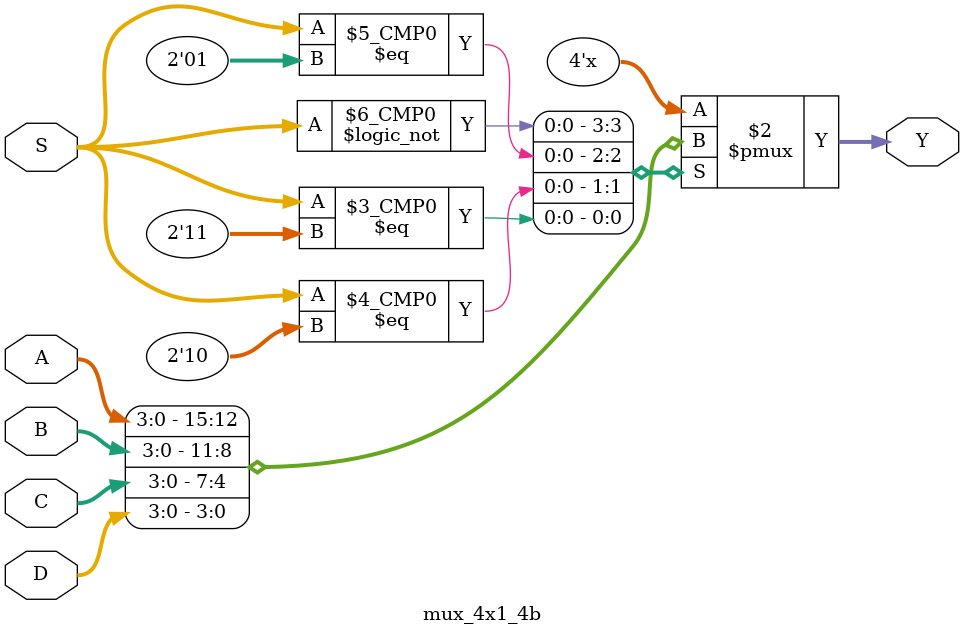
<source format=v>
module mux_4x1_4b (output reg[3:0] Y, input [1:0]S, input[3:0] A,B,C,D);
	
	//Test for selection bit
	always @ (S,A,B,C,D)

	case(S)
		2'b00:	Y=A;
		2'b01:	Y=B;
		2'b10:	Y=C;
		2'b11:	Y=D;
	endcase // S

endmodule // mux_4x1
</source>
